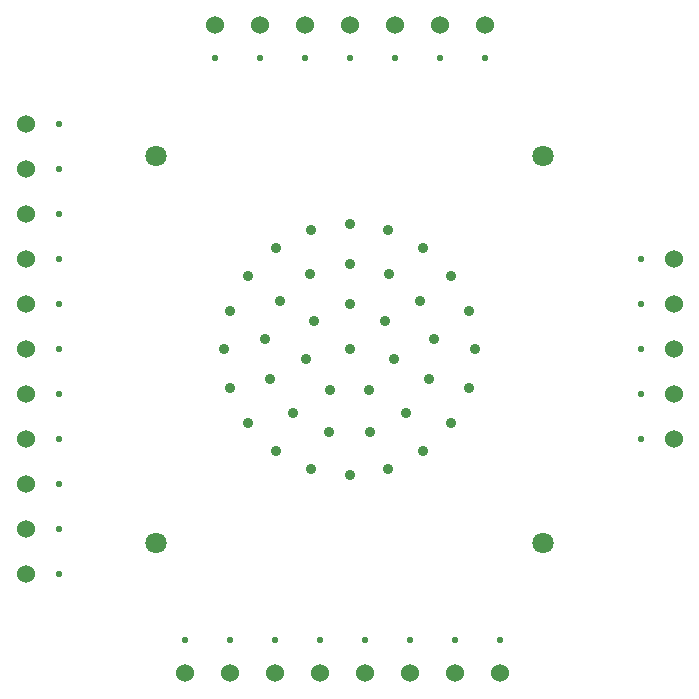
<source format=gbr>
G04 Layer_Color=0*
%FSLAX26Y26*%
%MOIN*%
%TF.FileFunction,Plated,1,2,PTH,Drill*%
%TF.Part,Single*%
G01*
G75*
%TA.AperFunction,ComponentDrill*%
%ADD38C,0.070866*%
%ADD39C,0.035000*%
%ADD40C,0.035000*%
%ADD41C,0.035000*%
%ADD42C,0.035000*%
%ADD43C,0.035000*%
%ADD44C,0.035000*%
%ADD45C,0.035000*%
%ADD46C,0.035000*%
%ADD47C,0.035000*%
%ADD48C,0.035000*%
%ADD49C,0.035000*%
%ADD50C,0.035000*%
%ADD51C,0.035000*%
%ADD52C,0.035000*%
%ADD53C,0.035000*%
%ADD54C,0.035000*%
%ADD55C,0.035000*%
%ADD56C,0.035000*%
%ADD57C,0.035000*%
%ADD58C,0.035000*%
%ADD59C,0.035000*%
%ADD60C,0.035000*%
%ADD61C,0.035000*%
%ADD62C,0.035000*%
%ADD63C,0.035000*%
%ADD64C,0.035000*%
%ADD65C,0.035000*%
%ADD66C,0.035000*%
%ADD67C,0.022000*%
%ADD68C,0.060000*%
%ADD69C,0.022000*%
%ADD70C,0.060000*%
D38*
X-644882Y-644882D02*
D03*
X644882D02*
D03*
Y644882D02*
D03*
X-644882D02*
D03*
D39*
X0Y0D02*
D03*
Y150000D02*
D03*
Y283000D02*
D03*
Y418000D02*
D03*
Y-418000D02*
D03*
D40*
X-117274Y93525D02*
D03*
D41*
X-146240Y-33375D02*
D03*
D42*
X-65087Y-135143D02*
D03*
D43*
X65077Y-135148D02*
D03*
D44*
X146238Y-33385D02*
D03*
D45*
X117280Y93516D02*
D03*
D46*
X-131515Y250585D02*
D03*
D47*
X-232903Y160765D02*
D03*
D48*
X-280936Y34116D02*
D03*
D49*
X-264612Y-100347D02*
D03*
D50*
X-187669Y-211823D02*
D03*
D51*
X-67735Y-274774D02*
D03*
D52*
X67716Y-274779D02*
D03*
D53*
X187655Y-211837D02*
D03*
D54*
X264605Y-100366D02*
D03*
D55*
X280938Y34097D02*
D03*
D56*
X232914Y160749D02*
D03*
D57*
X131533Y250576D02*
D03*
D58*
X-129169Y397542D02*
D03*
X129169Y-397542D02*
D03*
D59*
X-245694Y338169D02*
D03*
X245694Y-338169D02*
D03*
D60*
X-338169Y245694D02*
D03*
X338169Y-245694D02*
D03*
D61*
X-397542Y129169D02*
D03*
X397542Y-129169D02*
D03*
D62*
X-418000Y0D02*
D03*
X418000D02*
D03*
D63*
X-397542Y-129169D02*
D03*
X397542Y129169D02*
D03*
D64*
X-338169Y-245694D02*
D03*
X338169Y245694D02*
D03*
D65*
X-245694Y-338169D02*
D03*
X245694Y338169D02*
D03*
D66*
X-129169Y-397542D02*
D03*
X129169Y397542D02*
D03*
D67*
X50000Y-970000D02*
D03*
X-250000D02*
D03*
X-550000D02*
D03*
X200000D02*
D03*
X-100000D02*
D03*
X500000D02*
D03*
X-400000D02*
D03*
X350000D02*
D03*
X150000Y970000D02*
D03*
X-450000D02*
D03*
X-150000D02*
D03*
X0D02*
D03*
X-300000D02*
D03*
X300000D02*
D03*
X450000D02*
D03*
D68*
X50000Y-1080000D02*
D03*
X-250000D02*
D03*
X-550000D02*
D03*
X200000D02*
D03*
X-100000D02*
D03*
X500000D02*
D03*
X-400000D02*
D03*
X350000D02*
D03*
X150000Y1080000D02*
D03*
X-450000D02*
D03*
X-150000D02*
D03*
X0D02*
D03*
X-300000D02*
D03*
X300000D02*
D03*
X450000D02*
D03*
D69*
X-970000Y300000D02*
D03*
Y-600000D02*
D03*
Y-300000D02*
D03*
Y0D02*
D03*
Y450000D02*
D03*
Y750000D02*
D03*
Y-750000D02*
D03*
Y-450000D02*
D03*
Y150000D02*
D03*
Y600000D02*
D03*
Y-150000D02*
D03*
X970000Y150000D02*
D03*
Y-150000D02*
D03*
Y-300000D02*
D03*
Y0D02*
D03*
Y300000D02*
D03*
D70*
X-1080000D02*
D03*
Y-600000D02*
D03*
Y-300000D02*
D03*
Y0D02*
D03*
Y450000D02*
D03*
Y750000D02*
D03*
Y-750000D02*
D03*
Y-450000D02*
D03*
Y150000D02*
D03*
Y600000D02*
D03*
Y-150000D02*
D03*
X1080000Y150000D02*
D03*
Y-150000D02*
D03*
Y-300000D02*
D03*
Y0D02*
D03*
Y300000D02*
D03*
%TF.MD5,f5f6f48ad888e4332539053e8d51eec7*%
M02*

</source>
